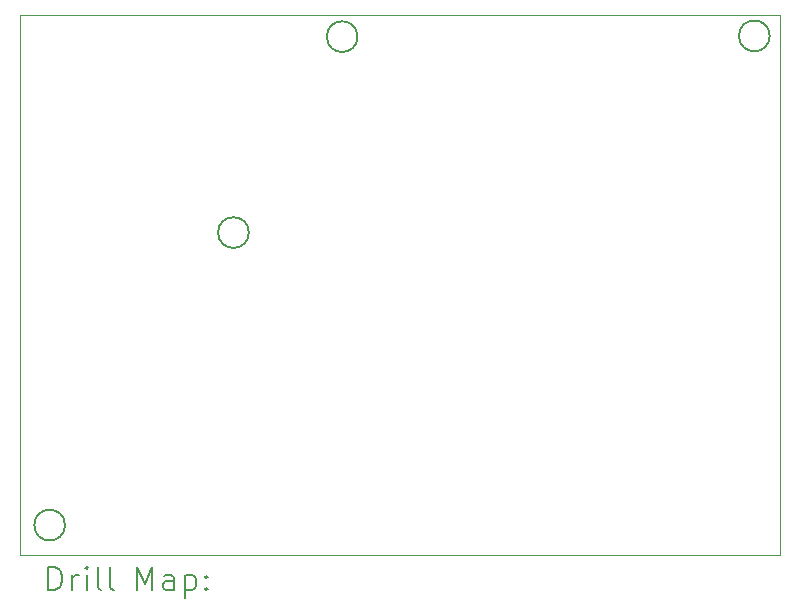
<source format=gbr>
%TF.GenerationSoftware,KiCad,Pcbnew,7.0.0*%
%TF.CreationDate,2023-02-20T20:22:23-05:00*%
%TF.ProjectId,PCB,5043422e-6b69-4636-9164-5f7063625858,rev?*%
%TF.SameCoordinates,Original*%
%TF.FileFunction,Drillmap*%
%TF.FilePolarity,Positive*%
%FSLAX45Y45*%
G04 Gerber Fmt 4.5, Leading zero omitted, Abs format (unit mm)*
G04 Created by KiCad (PCBNEW 7.0.0) date 2023-02-20 20:22:23*
%MOMM*%
%LPD*%
G01*
G04 APERTURE LIST*
%ADD10C,0.100000*%
%ADD11C,0.200000*%
G04 APERTURE END LIST*
D10*
X19900000Y-8890000D02*
X13462000Y-8890000D01*
X16002000Y-4318000D02*
X19900000Y-4318000D01*
X19900000Y-8890000D02*
X19900000Y-4318000D01*
X16002000Y-4318000D02*
X13462000Y-4318000D01*
D11*
X13846000Y-8636000D02*
G75*
G03*
X13846000Y-8636000I-130000J0D01*
G01*
X19812000Y-4494437D02*
G75*
G03*
X19812000Y-4494437I-130000J0D01*
G01*
X15402327Y-6159279D02*
G75*
G03*
X15402327Y-6159279I-130000J0D01*
G01*
X16322475Y-4500534D02*
G75*
G03*
X16322475Y-4500534I-130000J0D01*
G01*
D10*
X13462000Y-4318000D02*
X13462000Y-8890000D01*
D11*
X13704619Y-9188476D02*
X13704619Y-8988476D01*
X13704619Y-8988476D02*
X13752238Y-8988476D01*
X13752238Y-8988476D02*
X13780809Y-8998000D01*
X13780809Y-8998000D02*
X13799857Y-9017048D01*
X13799857Y-9017048D02*
X13809381Y-9036095D01*
X13809381Y-9036095D02*
X13818905Y-9074190D01*
X13818905Y-9074190D02*
X13818905Y-9102762D01*
X13818905Y-9102762D02*
X13809381Y-9140857D01*
X13809381Y-9140857D02*
X13799857Y-9159905D01*
X13799857Y-9159905D02*
X13780809Y-9178952D01*
X13780809Y-9178952D02*
X13752238Y-9188476D01*
X13752238Y-9188476D02*
X13704619Y-9188476D01*
X13904619Y-9188476D02*
X13904619Y-9055143D01*
X13904619Y-9093238D02*
X13914143Y-9074190D01*
X13914143Y-9074190D02*
X13923667Y-9064667D01*
X13923667Y-9064667D02*
X13942714Y-9055143D01*
X13942714Y-9055143D02*
X13961762Y-9055143D01*
X14028428Y-9188476D02*
X14028428Y-9055143D01*
X14028428Y-8988476D02*
X14018905Y-8998000D01*
X14018905Y-8998000D02*
X14028428Y-9007524D01*
X14028428Y-9007524D02*
X14037952Y-8998000D01*
X14037952Y-8998000D02*
X14028428Y-8988476D01*
X14028428Y-8988476D02*
X14028428Y-9007524D01*
X14152238Y-9188476D02*
X14133190Y-9178952D01*
X14133190Y-9178952D02*
X14123667Y-9159905D01*
X14123667Y-9159905D02*
X14123667Y-8988476D01*
X14257000Y-9188476D02*
X14237952Y-9178952D01*
X14237952Y-9178952D02*
X14228428Y-9159905D01*
X14228428Y-9159905D02*
X14228428Y-8988476D01*
X14453190Y-9188476D02*
X14453190Y-8988476D01*
X14453190Y-8988476D02*
X14519857Y-9131333D01*
X14519857Y-9131333D02*
X14586524Y-8988476D01*
X14586524Y-8988476D02*
X14586524Y-9188476D01*
X14767476Y-9188476D02*
X14767476Y-9083714D01*
X14767476Y-9083714D02*
X14757952Y-9064667D01*
X14757952Y-9064667D02*
X14738905Y-9055143D01*
X14738905Y-9055143D02*
X14700809Y-9055143D01*
X14700809Y-9055143D02*
X14681762Y-9064667D01*
X14767476Y-9178952D02*
X14748428Y-9188476D01*
X14748428Y-9188476D02*
X14700809Y-9188476D01*
X14700809Y-9188476D02*
X14681762Y-9178952D01*
X14681762Y-9178952D02*
X14672238Y-9159905D01*
X14672238Y-9159905D02*
X14672238Y-9140857D01*
X14672238Y-9140857D02*
X14681762Y-9121810D01*
X14681762Y-9121810D02*
X14700809Y-9112286D01*
X14700809Y-9112286D02*
X14748428Y-9112286D01*
X14748428Y-9112286D02*
X14767476Y-9102762D01*
X14862714Y-9055143D02*
X14862714Y-9255143D01*
X14862714Y-9064667D02*
X14881762Y-9055143D01*
X14881762Y-9055143D02*
X14919857Y-9055143D01*
X14919857Y-9055143D02*
X14938905Y-9064667D01*
X14938905Y-9064667D02*
X14948428Y-9074190D01*
X14948428Y-9074190D02*
X14957952Y-9093238D01*
X14957952Y-9093238D02*
X14957952Y-9150381D01*
X14957952Y-9150381D02*
X14948428Y-9169429D01*
X14948428Y-9169429D02*
X14938905Y-9178952D01*
X14938905Y-9178952D02*
X14919857Y-9188476D01*
X14919857Y-9188476D02*
X14881762Y-9188476D01*
X14881762Y-9188476D02*
X14862714Y-9178952D01*
X15043667Y-9169429D02*
X15053190Y-9178952D01*
X15053190Y-9178952D02*
X15043667Y-9188476D01*
X15043667Y-9188476D02*
X15034143Y-9178952D01*
X15034143Y-9178952D02*
X15043667Y-9169429D01*
X15043667Y-9169429D02*
X15043667Y-9188476D01*
X15043667Y-9064667D02*
X15053190Y-9074190D01*
X15053190Y-9074190D02*
X15043667Y-9083714D01*
X15043667Y-9083714D02*
X15034143Y-9074190D01*
X15034143Y-9074190D02*
X15043667Y-9064667D01*
X15043667Y-9064667D02*
X15043667Y-9083714D01*
M02*

</source>
